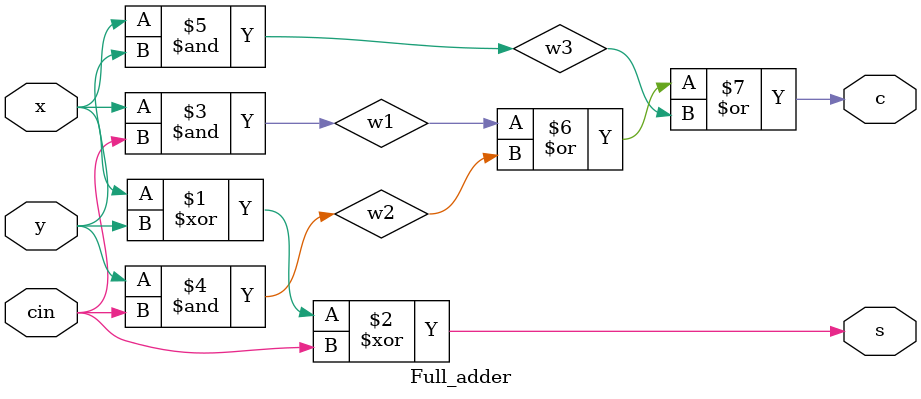
<source format=v>
module Full_adder (x,y,cin,s,c);

input x,y,cin;
output s,c;

wire w1,w2,w3;

xor (s,x,y,cin);

and (w1,x,cin);
and (w2,y,cin);
and (w3,x,y);

or (c,w1,w2,w3);

endmodule
</source>
